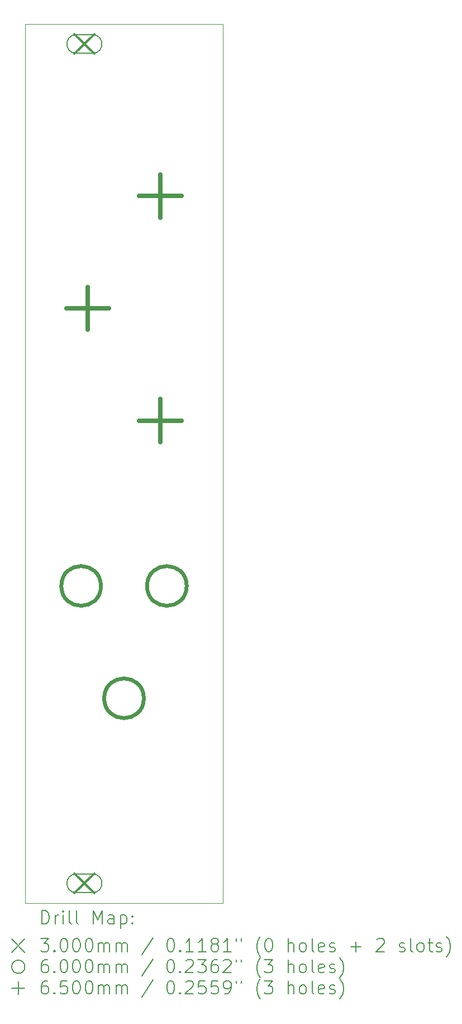
<source format=gbr>
%FSLAX45Y45*%
G04 Gerber Fmt 4.5, Leading zero omitted, Abs format (unit mm)*
G04 Created by KiCad (PCBNEW (6.0.0)) date 2022-04-04 19:59:44*
%MOMM*%
%LPD*%
G01*
G04 APERTURE LIST*
%TA.AperFunction,Profile*%
%ADD10C,0.050000*%
%TD*%
%ADD11C,0.200000*%
%ADD12C,0.300000*%
%ADD13C,0.600000*%
%ADD14C,0.650000*%
G04 APERTURE END LIST*
D10*
X9200000Y-15800000D02*
X6200000Y-15800000D01*
X6200000Y-15800000D02*
X6200000Y-15100000D01*
X9200000Y-2500000D02*
X9200000Y-15800000D01*
X6200000Y-2500000D02*
X6200000Y-15100000D01*
X6200000Y-2500000D02*
X9200000Y-2500000D01*
D11*
D12*
X6950000Y-2650000D02*
X7250000Y-2950000D01*
X7250000Y-2650000D02*
X6950000Y-2950000D01*
D11*
X6975000Y-2940000D02*
X7225000Y-2940000D01*
X6975000Y-2660000D02*
X7225000Y-2660000D01*
X7225000Y-2940000D02*
G75*
G03*
X7225000Y-2660000I0J140000D01*
G01*
X6975000Y-2660000D02*
G75*
G03*
X6975000Y-2940000I0J-140000D01*
G01*
D12*
X6950000Y-15350000D02*
X7250000Y-15650000D01*
X7250000Y-15350000D02*
X6950000Y-15650000D01*
D11*
X6975000Y-15640000D02*
X7225000Y-15640000D01*
X6975000Y-15360000D02*
X7225000Y-15360000D01*
X7225000Y-15640000D02*
G75*
G03*
X7225000Y-15360000I0J140000D01*
G01*
X6975000Y-15360000D02*
G75*
G03*
X6975000Y-15640000I0J-140000D01*
G01*
D13*
X7350000Y-11000000D02*
G75*
G03*
X7350000Y-11000000I-300000J0D01*
G01*
X8000000Y-12700000D02*
G75*
G03*
X8000000Y-12700000I-300000J0D01*
G01*
X8650000Y-11000000D02*
G75*
G03*
X8650000Y-11000000I-300000J0D01*
G01*
D14*
X7150000Y-6475000D02*
X7150000Y-7125000D01*
X6825000Y-6800000D02*
X7475000Y-6800000D01*
X8250000Y-4775000D02*
X8250000Y-5425000D01*
X7925000Y-5100000D02*
X8575000Y-5100000D01*
X8250000Y-8175000D02*
X8250000Y-8825000D01*
X7925000Y-8500000D02*
X8575000Y-8500000D01*
D11*
X6455119Y-16112976D02*
X6455119Y-15912976D01*
X6502738Y-15912976D01*
X6531309Y-15922500D01*
X6550357Y-15941548D01*
X6559881Y-15960595D01*
X6569405Y-15998690D01*
X6569405Y-16027262D01*
X6559881Y-16065357D01*
X6550357Y-16084405D01*
X6531309Y-16103452D01*
X6502738Y-16112976D01*
X6455119Y-16112976D01*
X6655119Y-16112976D02*
X6655119Y-15979643D01*
X6655119Y-16017738D02*
X6664643Y-15998690D01*
X6674166Y-15989167D01*
X6693214Y-15979643D01*
X6712262Y-15979643D01*
X6778928Y-16112976D02*
X6778928Y-15979643D01*
X6778928Y-15912976D02*
X6769405Y-15922500D01*
X6778928Y-15932024D01*
X6788452Y-15922500D01*
X6778928Y-15912976D01*
X6778928Y-15932024D01*
X6902738Y-16112976D02*
X6883690Y-16103452D01*
X6874166Y-16084405D01*
X6874166Y-15912976D01*
X7007500Y-16112976D02*
X6988452Y-16103452D01*
X6978928Y-16084405D01*
X6978928Y-15912976D01*
X7236071Y-16112976D02*
X7236071Y-15912976D01*
X7302738Y-16055833D01*
X7369405Y-15912976D01*
X7369405Y-16112976D01*
X7550357Y-16112976D02*
X7550357Y-16008214D01*
X7540833Y-15989167D01*
X7521786Y-15979643D01*
X7483690Y-15979643D01*
X7464643Y-15989167D01*
X7550357Y-16103452D02*
X7531309Y-16112976D01*
X7483690Y-16112976D01*
X7464643Y-16103452D01*
X7455119Y-16084405D01*
X7455119Y-16065357D01*
X7464643Y-16046309D01*
X7483690Y-16036786D01*
X7531309Y-16036786D01*
X7550357Y-16027262D01*
X7645595Y-15979643D02*
X7645595Y-16179643D01*
X7645595Y-15989167D02*
X7664643Y-15979643D01*
X7702738Y-15979643D01*
X7721786Y-15989167D01*
X7731309Y-15998690D01*
X7740833Y-16017738D01*
X7740833Y-16074881D01*
X7731309Y-16093928D01*
X7721786Y-16103452D01*
X7702738Y-16112976D01*
X7664643Y-16112976D01*
X7645595Y-16103452D01*
X7826547Y-16093928D02*
X7836071Y-16103452D01*
X7826547Y-16112976D01*
X7817024Y-16103452D01*
X7826547Y-16093928D01*
X7826547Y-16112976D01*
X7826547Y-15989167D02*
X7836071Y-15998690D01*
X7826547Y-16008214D01*
X7817024Y-15998690D01*
X7826547Y-15989167D01*
X7826547Y-16008214D01*
X5997500Y-16342500D02*
X6197500Y-16542500D01*
X6197500Y-16342500D02*
X5997500Y-16542500D01*
X6436071Y-16332976D02*
X6559881Y-16332976D01*
X6493214Y-16409167D01*
X6521786Y-16409167D01*
X6540833Y-16418690D01*
X6550357Y-16428214D01*
X6559881Y-16447262D01*
X6559881Y-16494881D01*
X6550357Y-16513928D01*
X6540833Y-16523452D01*
X6521786Y-16532976D01*
X6464643Y-16532976D01*
X6445595Y-16523452D01*
X6436071Y-16513928D01*
X6645595Y-16513928D02*
X6655119Y-16523452D01*
X6645595Y-16532976D01*
X6636071Y-16523452D01*
X6645595Y-16513928D01*
X6645595Y-16532976D01*
X6778928Y-16332976D02*
X6797976Y-16332976D01*
X6817024Y-16342500D01*
X6826547Y-16352024D01*
X6836071Y-16371071D01*
X6845595Y-16409167D01*
X6845595Y-16456786D01*
X6836071Y-16494881D01*
X6826547Y-16513928D01*
X6817024Y-16523452D01*
X6797976Y-16532976D01*
X6778928Y-16532976D01*
X6759881Y-16523452D01*
X6750357Y-16513928D01*
X6740833Y-16494881D01*
X6731309Y-16456786D01*
X6731309Y-16409167D01*
X6740833Y-16371071D01*
X6750357Y-16352024D01*
X6759881Y-16342500D01*
X6778928Y-16332976D01*
X6969405Y-16332976D02*
X6988452Y-16332976D01*
X7007500Y-16342500D01*
X7017024Y-16352024D01*
X7026547Y-16371071D01*
X7036071Y-16409167D01*
X7036071Y-16456786D01*
X7026547Y-16494881D01*
X7017024Y-16513928D01*
X7007500Y-16523452D01*
X6988452Y-16532976D01*
X6969405Y-16532976D01*
X6950357Y-16523452D01*
X6940833Y-16513928D01*
X6931309Y-16494881D01*
X6921786Y-16456786D01*
X6921786Y-16409167D01*
X6931309Y-16371071D01*
X6940833Y-16352024D01*
X6950357Y-16342500D01*
X6969405Y-16332976D01*
X7159881Y-16332976D02*
X7178928Y-16332976D01*
X7197976Y-16342500D01*
X7207500Y-16352024D01*
X7217024Y-16371071D01*
X7226547Y-16409167D01*
X7226547Y-16456786D01*
X7217024Y-16494881D01*
X7207500Y-16513928D01*
X7197976Y-16523452D01*
X7178928Y-16532976D01*
X7159881Y-16532976D01*
X7140833Y-16523452D01*
X7131309Y-16513928D01*
X7121786Y-16494881D01*
X7112262Y-16456786D01*
X7112262Y-16409167D01*
X7121786Y-16371071D01*
X7131309Y-16352024D01*
X7140833Y-16342500D01*
X7159881Y-16332976D01*
X7312262Y-16532976D02*
X7312262Y-16399643D01*
X7312262Y-16418690D02*
X7321786Y-16409167D01*
X7340833Y-16399643D01*
X7369405Y-16399643D01*
X7388452Y-16409167D01*
X7397976Y-16428214D01*
X7397976Y-16532976D01*
X7397976Y-16428214D02*
X7407500Y-16409167D01*
X7426547Y-16399643D01*
X7455119Y-16399643D01*
X7474166Y-16409167D01*
X7483690Y-16428214D01*
X7483690Y-16532976D01*
X7578928Y-16532976D02*
X7578928Y-16399643D01*
X7578928Y-16418690D02*
X7588452Y-16409167D01*
X7607500Y-16399643D01*
X7636071Y-16399643D01*
X7655119Y-16409167D01*
X7664643Y-16428214D01*
X7664643Y-16532976D01*
X7664643Y-16428214D02*
X7674166Y-16409167D01*
X7693214Y-16399643D01*
X7721786Y-16399643D01*
X7740833Y-16409167D01*
X7750357Y-16428214D01*
X7750357Y-16532976D01*
X8140833Y-16323452D02*
X7969405Y-16580595D01*
X8397976Y-16332976D02*
X8417024Y-16332976D01*
X8436071Y-16342500D01*
X8445595Y-16352024D01*
X8455119Y-16371071D01*
X8464643Y-16409167D01*
X8464643Y-16456786D01*
X8455119Y-16494881D01*
X8445595Y-16513928D01*
X8436071Y-16523452D01*
X8417024Y-16532976D01*
X8397976Y-16532976D01*
X8378928Y-16523452D01*
X8369405Y-16513928D01*
X8359881Y-16494881D01*
X8350357Y-16456786D01*
X8350357Y-16409167D01*
X8359881Y-16371071D01*
X8369405Y-16352024D01*
X8378928Y-16342500D01*
X8397976Y-16332976D01*
X8550357Y-16513928D02*
X8559881Y-16523452D01*
X8550357Y-16532976D01*
X8540833Y-16523452D01*
X8550357Y-16513928D01*
X8550357Y-16532976D01*
X8750357Y-16532976D02*
X8636071Y-16532976D01*
X8693214Y-16532976D02*
X8693214Y-16332976D01*
X8674167Y-16361548D01*
X8655119Y-16380595D01*
X8636071Y-16390119D01*
X8940833Y-16532976D02*
X8826548Y-16532976D01*
X8883690Y-16532976D02*
X8883690Y-16332976D01*
X8864643Y-16361548D01*
X8845595Y-16380595D01*
X8826548Y-16390119D01*
X9055119Y-16418690D02*
X9036071Y-16409167D01*
X9026548Y-16399643D01*
X9017024Y-16380595D01*
X9017024Y-16371071D01*
X9026548Y-16352024D01*
X9036071Y-16342500D01*
X9055119Y-16332976D01*
X9093214Y-16332976D01*
X9112262Y-16342500D01*
X9121786Y-16352024D01*
X9131309Y-16371071D01*
X9131309Y-16380595D01*
X9121786Y-16399643D01*
X9112262Y-16409167D01*
X9093214Y-16418690D01*
X9055119Y-16418690D01*
X9036071Y-16428214D01*
X9026548Y-16437738D01*
X9017024Y-16456786D01*
X9017024Y-16494881D01*
X9026548Y-16513928D01*
X9036071Y-16523452D01*
X9055119Y-16532976D01*
X9093214Y-16532976D01*
X9112262Y-16523452D01*
X9121786Y-16513928D01*
X9131309Y-16494881D01*
X9131309Y-16456786D01*
X9121786Y-16437738D01*
X9112262Y-16428214D01*
X9093214Y-16418690D01*
X9321786Y-16532976D02*
X9207500Y-16532976D01*
X9264643Y-16532976D02*
X9264643Y-16332976D01*
X9245595Y-16361548D01*
X9226548Y-16380595D01*
X9207500Y-16390119D01*
X9397976Y-16332976D02*
X9397976Y-16371071D01*
X9474167Y-16332976D02*
X9474167Y-16371071D01*
X9769405Y-16609167D02*
X9759881Y-16599643D01*
X9740833Y-16571071D01*
X9731309Y-16552024D01*
X9721786Y-16523452D01*
X9712262Y-16475833D01*
X9712262Y-16437738D01*
X9721786Y-16390119D01*
X9731309Y-16361548D01*
X9740833Y-16342500D01*
X9759881Y-16313928D01*
X9769405Y-16304405D01*
X9883690Y-16332976D02*
X9902738Y-16332976D01*
X9921786Y-16342500D01*
X9931309Y-16352024D01*
X9940833Y-16371071D01*
X9950357Y-16409167D01*
X9950357Y-16456786D01*
X9940833Y-16494881D01*
X9931309Y-16513928D01*
X9921786Y-16523452D01*
X9902738Y-16532976D01*
X9883690Y-16532976D01*
X9864643Y-16523452D01*
X9855119Y-16513928D01*
X9845595Y-16494881D01*
X9836071Y-16456786D01*
X9836071Y-16409167D01*
X9845595Y-16371071D01*
X9855119Y-16352024D01*
X9864643Y-16342500D01*
X9883690Y-16332976D01*
X10188452Y-16532976D02*
X10188452Y-16332976D01*
X10274167Y-16532976D02*
X10274167Y-16428214D01*
X10264643Y-16409167D01*
X10245595Y-16399643D01*
X10217024Y-16399643D01*
X10197976Y-16409167D01*
X10188452Y-16418690D01*
X10397976Y-16532976D02*
X10378928Y-16523452D01*
X10369405Y-16513928D01*
X10359881Y-16494881D01*
X10359881Y-16437738D01*
X10369405Y-16418690D01*
X10378928Y-16409167D01*
X10397976Y-16399643D01*
X10426548Y-16399643D01*
X10445595Y-16409167D01*
X10455119Y-16418690D01*
X10464643Y-16437738D01*
X10464643Y-16494881D01*
X10455119Y-16513928D01*
X10445595Y-16523452D01*
X10426548Y-16532976D01*
X10397976Y-16532976D01*
X10578928Y-16532976D02*
X10559881Y-16523452D01*
X10550357Y-16504405D01*
X10550357Y-16332976D01*
X10731309Y-16523452D02*
X10712262Y-16532976D01*
X10674167Y-16532976D01*
X10655119Y-16523452D01*
X10645595Y-16504405D01*
X10645595Y-16428214D01*
X10655119Y-16409167D01*
X10674167Y-16399643D01*
X10712262Y-16399643D01*
X10731309Y-16409167D01*
X10740833Y-16428214D01*
X10740833Y-16447262D01*
X10645595Y-16466309D01*
X10817024Y-16523452D02*
X10836071Y-16532976D01*
X10874167Y-16532976D01*
X10893214Y-16523452D01*
X10902738Y-16504405D01*
X10902738Y-16494881D01*
X10893214Y-16475833D01*
X10874167Y-16466309D01*
X10845595Y-16466309D01*
X10826548Y-16456786D01*
X10817024Y-16437738D01*
X10817024Y-16428214D01*
X10826548Y-16409167D01*
X10845595Y-16399643D01*
X10874167Y-16399643D01*
X10893214Y-16409167D01*
X11140833Y-16456786D02*
X11293214Y-16456786D01*
X11217024Y-16532976D02*
X11217024Y-16380595D01*
X11531309Y-16352024D02*
X11540833Y-16342500D01*
X11559881Y-16332976D01*
X11607500Y-16332976D01*
X11626547Y-16342500D01*
X11636071Y-16352024D01*
X11645595Y-16371071D01*
X11645595Y-16390119D01*
X11636071Y-16418690D01*
X11521786Y-16532976D01*
X11645595Y-16532976D01*
X11874166Y-16523452D02*
X11893214Y-16532976D01*
X11931309Y-16532976D01*
X11950357Y-16523452D01*
X11959881Y-16504405D01*
X11959881Y-16494881D01*
X11950357Y-16475833D01*
X11931309Y-16466309D01*
X11902738Y-16466309D01*
X11883690Y-16456786D01*
X11874166Y-16437738D01*
X11874166Y-16428214D01*
X11883690Y-16409167D01*
X11902738Y-16399643D01*
X11931309Y-16399643D01*
X11950357Y-16409167D01*
X12074166Y-16532976D02*
X12055119Y-16523452D01*
X12045595Y-16504405D01*
X12045595Y-16332976D01*
X12178928Y-16532976D02*
X12159881Y-16523452D01*
X12150357Y-16513928D01*
X12140833Y-16494881D01*
X12140833Y-16437738D01*
X12150357Y-16418690D01*
X12159881Y-16409167D01*
X12178928Y-16399643D01*
X12207500Y-16399643D01*
X12226547Y-16409167D01*
X12236071Y-16418690D01*
X12245595Y-16437738D01*
X12245595Y-16494881D01*
X12236071Y-16513928D01*
X12226547Y-16523452D01*
X12207500Y-16532976D01*
X12178928Y-16532976D01*
X12302738Y-16399643D02*
X12378928Y-16399643D01*
X12331309Y-16332976D02*
X12331309Y-16504405D01*
X12340833Y-16523452D01*
X12359881Y-16532976D01*
X12378928Y-16532976D01*
X12436071Y-16523452D02*
X12455119Y-16532976D01*
X12493214Y-16532976D01*
X12512262Y-16523452D01*
X12521786Y-16504405D01*
X12521786Y-16494881D01*
X12512262Y-16475833D01*
X12493214Y-16466309D01*
X12464643Y-16466309D01*
X12445595Y-16456786D01*
X12436071Y-16437738D01*
X12436071Y-16428214D01*
X12445595Y-16409167D01*
X12464643Y-16399643D01*
X12493214Y-16399643D01*
X12512262Y-16409167D01*
X12588452Y-16609167D02*
X12597976Y-16599643D01*
X12617024Y-16571071D01*
X12626547Y-16552024D01*
X12636071Y-16523452D01*
X12645595Y-16475833D01*
X12645595Y-16437738D01*
X12636071Y-16390119D01*
X12626547Y-16361548D01*
X12617024Y-16342500D01*
X12597976Y-16313928D01*
X12588452Y-16304405D01*
X6197500Y-16762500D02*
G75*
G03*
X6197500Y-16762500I-100000J0D01*
G01*
X6540833Y-16652976D02*
X6502738Y-16652976D01*
X6483690Y-16662500D01*
X6474166Y-16672024D01*
X6455119Y-16700595D01*
X6445595Y-16738690D01*
X6445595Y-16814881D01*
X6455119Y-16833929D01*
X6464643Y-16843452D01*
X6483690Y-16852976D01*
X6521786Y-16852976D01*
X6540833Y-16843452D01*
X6550357Y-16833929D01*
X6559881Y-16814881D01*
X6559881Y-16767262D01*
X6550357Y-16748214D01*
X6540833Y-16738690D01*
X6521786Y-16729167D01*
X6483690Y-16729167D01*
X6464643Y-16738690D01*
X6455119Y-16748214D01*
X6445595Y-16767262D01*
X6645595Y-16833929D02*
X6655119Y-16843452D01*
X6645595Y-16852976D01*
X6636071Y-16843452D01*
X6645595Y-16833929D01*
X6645595Y-16852976D01*
X6778928Y-16652976D02*
X6797976Y-16652976D01*
X6817024Y-16662500D01*
X6826547Y-16672024D01*
X6836071Y-16691071D01*
X6845595Y-16729167D01*
X6845595Y-16776786D01*
X6836071Y-16814881D01*
X6826547Y-16833929D01*
X6817024Y-16843452D01*
X6797976Y-16852976D01*
X6778928Y-16852976D01*
X6759881Y-16843452D01*
X6750357Y-16833929D01*
X6740833Y-16814881D01*
X6731309Y-16776786D01*
X6731309Y-16729167D01*
X6740833Y-16691071D01*
X6750357Y-16672024D01*
X6759881Y-16662500D01*
X6778928Y-16652976D01*
X6969405Y-16652976D02*
X6988452Y-16652976D01*
X7007500Y-16662500D01*
X7017024Y-16672024D01*
X7026547Y-16691071D01*
X7036071Y-16729167D01*
X7036071Y-16776786D01*
X7026547Y-16814881D01*
X7017024Y-16833929D01*
X7007500Y-16843452D01*
X6988452Y-16852976D01*
X6969405Y-16852976D01*
X6950357Y-16843452D01*
X6940833Y-16833929D01*
X6931309Y-16814881D01*
X6921786Y-16776786D01*
X6921786Y-16729167D01*
X6931309Y-16691071D01*
X6940833Y-16672024D01*
X6950357Y-16662500D01*
X6969405Y-16652976D01*
X7159881Y-16652976D02*
X7178928Y-16652976D01*
X7197976Y-16662500D01*
X7207500Y-16672024D01*
X7217024Y-16691071D01*
X7226547Y-16729167D01*
X7226547Y-16776786D01*
X7217024Y-16814881D01*
X7207500Y-16833929D01*
X7197976Y-16843452D01*
X7178928Y-16852976D01*
X7159881Y-16852976D01*
X7140833Y-16843452D01*
X7131309Y-16833929D01*
X7121786Y-16814881D01*
X7112262Y-16776786D01*
X7112262Y-16729167D01*
X7121786Y-16691071D01*
X7131309Y-16672024D01*
X7140833Y-16662500D01*
X7159881Y-16652976D01*
X7312262Y-16852976D02*
X7312262Y-16719643D01*
X7312262Y-16738690D02*
X7321786Y-16729167D01*
X7340833Y-16719643D01*
X7369405Y-16719643D01*
X7388452Y-16729167D01*
X7397976Y-16748214D01*
X7397976Y-16852976D01*
X7397976Y-16748214D02*
X7407500Y-16729167D01*
X7426547Y-16719643D01*
X7455119Y-16719643D01*
X7474166Y-16729167D01*
X7483690Y-16748214D01*
X7483690Y-16852976D01*
X7578928Y-16852976D02*
X7578928Y-16719643D01*
X7578928Y-16738690D02*
X7588452Y-16729167D01*
X7607500Y-16719643D01*
X7636071Y-16719643D01*
X7655119Y-16729167D01*
X7664643Y-16748214D01*
X7664643Y-16852976D01*
X7664643Y-16748214D02*
X7674166Y-16729167D01*
X7693214Y-16719643D01*
X7721786Y-16719643D01*
X7740833Y-16729167D01*
X7750357Y-16748214D01*
X7750357Y-16852976D01*
X8140833Y-16643452D02*
X7969405Y-16900595D01*
X8397976Y-16652976D02*
X8417024Y-16652976D01*
X8436071Y-16662500D01*
X8445595Y-16672024D01*
X8455119Y-16691071D01*
X8464643Y-16729167D01*
X8464643Y-16776786D01*
X8455119Y-16814881D01*
X8445595Y-16833929D01*
X8436071Y-16843452D01*
X8417024Y-16852976D01*
X8397976Y-16852976D01*
X8378928Y-16843452D01*
X8369405Y-16833929D01*
X8359881Y-16814881D01*
X8350357Y-16776786D01*
X8350357Y-16729167D01*
X8359881Y-16691071D01*
X8369405Y-16672024D01*
X8378928Y-16662500D01*
X8397976Y-16652976D01*
X8550357Y-16833929D02*
X8559881Y-16843452D01*
X8550357Y-16852976D01*
X8540833Y-16843452D01*
X8550357Y-16833929D01*
X8550357Y-16852976D01*
X8636071Y-16672024D02*
X8645595Y-16662500D01*
X8664643Y-16652976D01*
X8712262Y-16652976D01*
X8731309Y-16662500D01*
X8740833Y-16672024D01*
X8750357Y-16691071D01*
X8750357Y-16710119D01*
X8740833Y-16738690D01*
X8626548Y-16852976D01*
X8750357Y-16852976D01*
X8817024Y-16652976D02*
X8940833Y-16652976D01*
X8874167Y-16729167D01*
X8902738Y-16729167D01*
X8921786Y-16738690D01*
X8931309Y-16748214D01*
X8940833Y-16767262D01*
X8940833Y-16814881D01*
X8931309Y-16833929D01*
X8921786Y-16843452D01*
X8902738Y-16852976D01*
X8845595Y-16852976D01*
X8826548Y-16843452D01*
X8817024Y-16833929D01*
X9112262Y-16652976D02*
X9074167Y-16652976D01*
X9055119Y-16662500D01*
X9045595Y-16672024D01*
X9026548Y-16700595D01*
X9017024Y-16738690D01*
X9017024Y-16814881D01*
X9026548Y-16833929D01*
X9036071Y-16843452D01*
X9055119Y-16852976D01*
X9093214Y-16852976D01*
X9112262Y-16843452D01*
X9121786Y-16833929D01*
X9131309Y-16814881D01*
X9131309Y-16767262D01*
X9121786Y-16748214D01*
X9112262Y-16738690D01*
X9093214Y-16729167D01*
X9055119Y-16729167D01*
X9036071Y-16738690D01*
X9026548Y-16748214D01*
X9017024Y-16767262D01*
X9207500Y-16672024D02*
X9217024Y-16662500D01*
X9236071Y-16652976D01*
X9283690Y-16652976D01*
X9302738Y-16662500D01*
X9312262Y-16672024D01*
X9321786Y-16691071D01*
X9321786Y-16710119D01*
X9312262Y-16738690D01*
X9197976Y-16852976D01*
X9321786Y-16852976D01*
X9397976Y-16652976D02*
X9397976Y-16691071D01*
X9474167Y-16652976D02*
X9474167Y-16691071D01*
X9769405Y-16929167D02*
X9759881Y-16919643D01*
X9740833Y-16891071D01*
X9731309Y-16872024D01*
X9721786Y-16843452D01*
X9712262Y-16795833D01*
X9712262Y-16757738D01*
X9721786Y-16710119D01*
X9731309Y-16681548D01*
X9740833Y-16662500D01*
X9759881Y-16633928D01*
X9769405Y-16624405D01*
X9826548Y-16652976D02*
X9950357Y-16652976D01*
X9883690Y-16729167D01*
X9912262Y-16729167D01*
X9931309Y-16738690D01*
X9940833Y-16748214D01*
X9950357Y-16767262D01*
X9950357Y-16814881D01*
X9940833Y-16833929D01*
X9931309Y-16843452D01*
X9912262Y-16852976D01*
X9855119Y-16852976D01*
X9836071Y-16843452D01*
X9826548Y-16833929D01*
X10188452Y-16852976D02*
X10188452Y-16652976D01*
X10274167Y-16852976D02*
X10274167Y-16748214D01*
X10264643Y-16729167D01*
X10245595Y-16719643D01*
X10217024Y-16719643D01*
X10197976Y-16729167D01*
X10188452Y-16738690D01*
X10397976Y-16852976D02*
X10378928Y-16843452D01*
X10369405Y-16833929D01*
X10359881Y-16814881D01*
X10359881Y-16757738D01*
X10369405Y-16738690D01*
X10378928Y-16729167D01*
X10397976Y-16719643D01*
X10426548Y-16719643D01*
X10445595Y-16729167D01*
X10455119Y-16738690D01*
X10464643Y-16757738D01*
X10464643Y-16814881D01*
X10455119Y-16833929D01*
X10445595Y-16843452D01*
X10426548Y-16852976D01*
X10397976Y-16852976D01*
X10578928Y-16852976D02*
X10559881Y-16843452D01*
X10550357Y-16824405D01*
X10550357Y-16652976D01*
X10731309Y-16843452D02*
X10712262Y-16852976D01*
X10674167Y-16852976D01*
X10655119Y-16843452D01*
X10645595Y-16824405D01*
X10645595Y-16748214D01*
X10655119Y-16729167D01*
X10674167Y-16719643D01*
X10712262Y-16719643D01*
X10731309Y-16729167D01*
X10740833Y-16748214D01*
X10740833Y-16767262D01*
X10645595Y-16786310D01*
X10817024Y-16843452D02*
X10836071Y-16852976D01*
X10874167Y-16852976D01*
X10893214Y-16843452D01*
X10902738Y-16824405D01*
X10902738Y-16814881D01*
X10893214Y-16795833D01*
X10874167Y-16786310D01*
X10845595Y-16786310D01*
X10826548Y-16776786D01*
X10817024Y-16757738D01*
X10817024Y-16748214D01*
X10826548Y-16729167D01*
X10845595Y-16719643D01*
X10874167Y-16719643D01*
X10893214Y-16729167D01*
X10969405Y-16929167D02*
X10978928Y-16919643D01*
X10997976Y-16891071D01*
X11007500Y-16872024D01*
X11017024Y-16843452D01*
X11026548Y-16795833D01*
X11026548Y-16757738D01*
X11017024Y-16710119D01*
X11007500Y-16681548D01*
X10997976Y-16662500D01*
X10978928Y-16633928D01*
X10969405Y-16624405D01*
X6097500Y-16982500D02*
X6097500Y-17182500D01*
X5997500Y-17082500D02*
X6197500Y-17082500D01*
X6540833Y-16972976D02*
X6502738Y-16972976D01*
X6483690Y-16982500D01*
X6474166Y-16992024D01*
X6455119Y-17020595D01*
X6445595Y-17058690D01*
X6445595Y-17134881D01*
X6455119Y-17153929D01*
X6464643Y-17163452D01*
X6483690Y-17172976D01*
X6521786Y-17172976D01*
X6540833Y-17163452D01*
X6550357Y-17153929D01*
X6559881Y-17134881D01*
X6559881Y-17087262D01*
X6550357Y-17068214D01*
X6540833Y-17058690D01*
X6521786Y-17049167D01*
X6483690Y-17049167D01*
X6464643Y-17058690D01*
X6455119Y-17068214D01*
X6445595Y-17087262D01*
X6645595Y-17153929D02*
X6655119Y-17163452D01*
X6645595Y-17172976D01*
X6636071Y-17163452D01*
X6645595Y-17153929D01*
X6645595Y-17172976D01*
X6836071Y-16972976D02*
X6740833Y-16972976D01*
X6731309Y-17068214D01*
X6740833Y-17058690D01*
X6759881Y-17049167D01*
X6807500Y-17049167D01*
X6826547Y-17058690D01*
X6836071Y-17068214D01*
X6845595Y-17087262D01*
X6845595Y-17134881D01*
X6836071Y-17153929D01*
X6826547Y-17163452D01*
X6807500Y-17172976D01*
X6759881Y-17172976D01*
X6740833Y-17163452D01*
X6731309Y-17153929D01*
X6969405Y-16972976D02*
X6988452Y-16972976D01*
X7007500Y-16982500D01*
X7017024Y-16992024D01*
X7026547Y-17011071D01*
X7036071Y-17049167D01*
X7036071Y-17096786D01*
X7026547Y-17134881D01*
X7017024Y-17153929D01*
X7007500Y-17163452D01*
X6988452Y-17172976D01*
X6969405Y-17172976D01*
X6950357Y-17163452D01*
X6940833Y-17153929D01*
X6931309Y-17134881D01*
X6921786Y-17096786D01*
X6921786Y-17049167D01*
X6931309Y-17011071D01*
X6940833Y-16992024D01*
X6950357Y-16982500D01*
X6969405Y-16972976D01*
X7159881Y-16972976D02*
X7178928Y-16972976D01*
X7197976Y-16982500D01*
X7207500Y-16992024D01*
X7217024Y-17011071D01*
X7226547Y-17049167D01*
X7226547Y-17096786D01*
X7217024Y-17134881D01*
X7207500Y-17153929D01*
X7197976Y-17163452D01*
X7178928Y-17172976D01*
X7159881Y-17172976D01*
X7140833Y-17163452D01*
X7131309Y-17153929D01*
X7121786Y-17134881D01*
X7112262Y-17096786D01*
X7112262Y-17049167D01*
X7121786Y-17011071D01*
X7131309Y-16992024D01*
X7140833Y-16982500D01*
X7159881Y-16972976D01*
X7312262Y-17172976D02*
X7312262Y-17039643D01*
X7312262Y-17058690D02*
X7321786Y-17049167D01*
X7340833Y-17039643D01*
X7369405Y-17039643D01*
X7388452Y-17049167D01*
X7397976Y-17068214D01*
X7397976Y-17172976D01*
X7397976Y-17068214D02*
X7407500Y-17049167D01*
X7426547Y-17039643D01*
X7455119Y-17039643D01*
X7474166Y-17049167D01*
X7483690Y-17068214D01*
X7483690Y-17172976D01*
X7578928Y-17172976D02*
X7578928Y-17039643D01*
X7578928Y-17058690D02*
X7588452Y-17049167D01*
X7607500Y-17039643D01*
X7636071Y-17039643D01*
X7655119Y-17049167D01*
X7664643Y-17068214D01*
X7664643Y-17172976D01*
X7664643Y-17068214D02*
X7674166Y-17049167D01*
X7693214Y-17039643D01*
X7721786Y-17039643D01*
X7740833Y-17049167D01*
X7750357Y-17068214D01*
X7750357Y-17172976D01*
X8140833Y-16963452D02*
X7969405Y-17220595D01*
X8397976Y-16972976D02*
X8417024Y-16972976D01*
X8436071Y-16982500D01*
X8445595Y-16992024D01*
X8455119Y-17011071D01*
X8464643Y-17049167D01*
X8464643Y-17096786D01*
X8455119Y-17134881D01*
X8445595Y-17153929D01*
X8436071Y-17163452D01*
X8417024Y-17172976D01*
X8397976Y-17172976D01*
X8378928Y-17163452D01*
X8369405Y-17153929D01*
X8359881Y-17134881D01*
X8350357Y-17096786D01*
X8350357Y-17049167D01*
X8359881Y-17011071D01*
X8369405Y-16992024D01*
X8378928Y-16982500D01*
X8397976Y-16972976D01*
X8550357Y-17153929D02*
X8559881Y-17163452D01*
X8550357Y-17172976D01*
X8540833Y-17163452D01*
X8550357Y-17153929D01*
X8550357Y-17172976D01*
X8636071Y-16992024D02*
X8645595Y-16982500D01*
X8664643Y-16972976D01*
X8712262Y-16972976D01*
X8731309Y-16982500D01*
X8740833Y-16992024D01*
X8750357Y-17011071D01*
X8750357Y-17030119D01*
X8740833Y-17058690D01*
X8626548Y-17172976D01*
X8750357Y-17172976D01*
X8931309Y-16972976D02*
X8836071Y-16972976D01*
X8826548Y-17068214D01*
X8836071Y-17058690D01*
X8855119Y-17049167D01*
X8902738Y-17049167D01*
X8921786Y-17058690D01*
X8931309Y-17068214D01*
X8940833Y-17087262D01*
X8940833Y-17134881D01*
X8931309Y-17153929D01*
X8921786Y-17163452D01*
X8902738Y-17172976D01*
X8855119Y-17172976D01*
X8836071Y-17163452D01*
X8826548Y-17153929D01*
X9121786Y-16972976D02*
X9026548Y-16972976D01*
X9017024Y-17068214D01*
X9026548Y-17058690D01*
X9045595Y-17049167D01*
X9093214Y-17049167D01*
X9112262Y-17058690D01*
X9121786Y-17068214D01*
X9131309Y-17087262D01*
X9131309Y-17134881D01*
X9121786Y-17153929D01*
X9112262Y-17163452D01*
X9093214Y-17172976D01*
X9045595Y-17172976D01*
X9026548Y-17163452D01*
X9017024Y-17153929D01*
X9226548Y-17172976D02*
X9264643Y-17172976D01*
X9283690Y-17163452D01*
X9293214Y-17153929D01*
X9312262Y-17125357D01*
X9321786Y-17087262D01*
X9321786Y-17011071D01*
X9312262Y-16992024D01*
X9302738Y-16982500D01*
X9283690Y-16972976D01*
X9245595Y-16972976D01*
X9226548Y-16982500D01*
X9217024Y-16992024D01*
X9207500Y-17011071D01*
X9207500Y-17058690D01*
X9217024Y-17077738D01*
X9226548Y-17087262D01*
X9245595Y-17096786D01*
X9283690Y-17096786D01*
X9302738Y-17087262D01*
X9312262Y-17077738D01*
X9321786Y-17058690D01*
X9397976Y-16972976D02*
X9397976Y-17011071D01*
X9474167Y-16972976D02*
X9474167Y-17011071D01*
X9769405Y-17249167D02*
X9759881Y-17239643D01*
X9740833Y-17211071D01*
X9731309Y-17192024D01*
X9721786Y-17163452D01*
X9712262Y-17115833D01*
X9712262Y-17077738D01*
X9721786Y-17030119D01*
X9731309Y-17001548D01*
X9740833Y-16982500D01*
X9759881Y-16953929D01*
X9769405Y-16944405D01*
X9826548Y-16972976D02*
X9950357Y-16972976D01*
X9883690Y-17049167D01*
X9912262Y-17049167D01*
X9931309Y-17058690D01*
X9940833Y-17068214D01*
X9950357Y-17087262D01*
X9950357Y-17134881D01*
X9940833Y-17153929D01*
X9931309Y-17163452D01*
X9912262Y-17172976D01*
X9855119Y-17172976D01*
X9836071Y-17163452D01*
X9826548Y-17153929D01*
X10188452Y-17172976D02*
X10188452Y-16972976D01*
X10274167Y-17172976D02*
X10274167Y-17068214D01*
X10264643Y-17049167D01*
X10245595Y-17039643D01*
X10217024Y-17039643D01*
X10197976Y-17049167D01*
X10188452Y-17058690D01*
X10397976Y-17172976D02*
X10378928Y-17163452D01*
X10369405Y-17153929D01*
X10359881Y-17134881D01*
X10359881Y-17077738D01*
X10369405Y-17058690D01*
X10378928Y-17049167D01*
X10397976Y-17039643D01*
X10426548Y-17039643D01*
X10445595Y-17049167D01*
X10455119Y-17058690D01*
X10464643Y-17077738D01*
X10464643Y-17134881D01*
X10455119Y-17153929D01*
X10445595Y-17163452D01*
X10426548Y-17172976D01*
X10397976Y-17172976D01*
X10578928Y-17172976D02*
X10559881Y-17163452D01*
X10550357Y-17144405D01*
X10550357Y-16972976D01*
X10731309Y-17163452D02*
X10712262Y-17172976D01*
X10674167Y-17172976D01*
X10655119Y-17163452D01*
X10645595Y-17144405D01*
X10645595Y-17068214D01*
X10655119Y-17049167D01*
X10674167Y-17039643D01*
X10712262Y-17039643D01*
X10731309Y-17049167D01*
X10740833Y-17068214D01*
X10740833Y-17087262D01*
X10645595Y-17106310D01*
X10817024Y-17163452D02*
X10836071Y-17172976D01*
X10874167Y-17172976D01*
X10893214Y-17163452D01*
X10902738Y-17144405D01*
X10902738Y-17134881D01*
X10893214Y-17115833D01*
X10874167Y-17106310D01*
X10845595Y-17106310D01*
X10826548Y-17096786D01*
X10817024Y-17077738D01*
X10817024Y-17068214D01*
X10826548Y-17049167D01*
X10845595Y-17039643D01*
X10874167Y-17039643D01*
X10893214Y-17049167D01*
X10969405Y-17249167D02*
X10978928Y-17239643D01*
X10997976Y-17211071D01*
X11007500Y-17192024D01*
X11017024Y-17163452D01*
X11026548Y-17115833D01*
X11026548Y-17077738D01*
X11017024Y-17030119D01*
X11007500Y-17001548D01*
X10997976Y-16982500D01*
X10978928Y-16953929D01*
X10969405Y-16944405D01*
M02*

</source>
